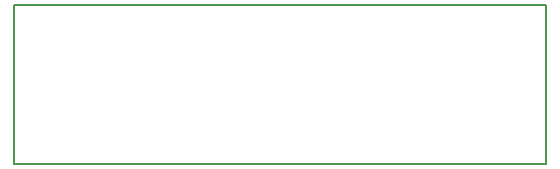
<source format=gbr>
G04 #@! TF.FileFunction,Profile,NP*
%FSLAX46Y46*%
G04 Gerber Fmt 4.6, Leading zero omitted, Abs format (unit mm)*
G04 Created by KiCad (PCBNEW 4.0.5) date 02/15/17 12:19:56*
%MOMM*%
%LPD*%
G01*
G04 APERTURE LIST*
%ADD10C,0.100000*%
%ADD11C,0.150000*%
G04 APERTURE END LIST*
D10*
D11*
X45000000Y-13500000D02*
X45000000Y0D01*
X0Y-13500000D02*
X45000000Y-13500000D01*
X0Y0D02*
X0Y-13500000D01*
X0Y0D02*
X45000000Y0D01*
M02*

</source>
